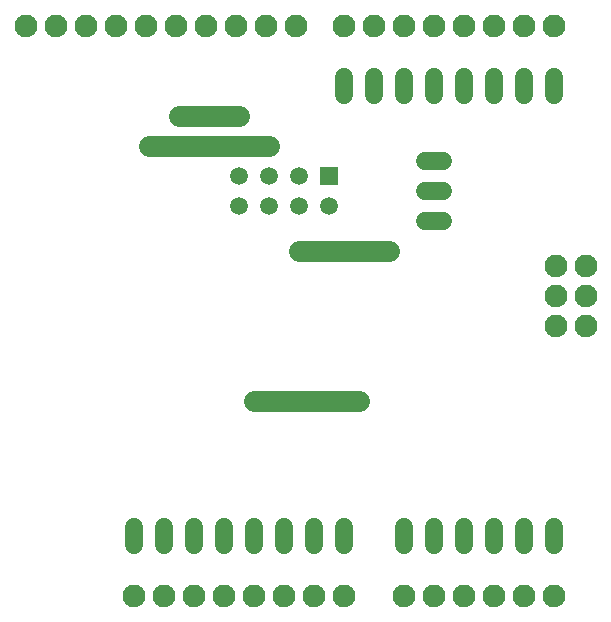
<source format=gbr>
G04 EAGLE Gerber RS-274X export*
G75*
%MOMM*%
%FSLAX34Y34*%
%LPD*%
%INBottom Copper*%
%IPPOS*%
%AMOC8*
5,1,8,0,0,1.08239X$1,22.5*%
G01*
%ADD10C,1.930400*%
%ADD11R,1.508000X1.508000*%
%ADD12C,1.508000*%
%ADD13C,1.524000*%
%ADD14C,1.500000*%
%ADD15C,1.778000*%


D10*
X469900Y228600D03*
X495300Y228600D03*
X520700Y228600D03*
X546100Y228600D03*
X571500Y228600D03*
X596900Y228600D03*
X622300Y228600D03*
X647700Y228600D03*
X698500Y228600D03*
X723900Y228600D03*
X749300Y228600D03*
X774700Y228600D03*
X800100Y228600D03*
X825500Y228600D03*
X825500Y711200D03*
X800100Y711200D03*
X774700Y711200D03*
X749300Y711200D03*
X723900Y711200D03*
X698500Y711200D03*
X673100Y711200D03*
X647700Y711200D03*
X607060Y711200D03*
X581660Y711200D03*
X556260Y711200D03*
X530860Y711200D03*
X505460Y711200D03*
X480060Y711200D03*
X454660Y711200D03*
X429260Y711200D03*
X403860Y711200D03*
X378460Y711200D03*
X826900Y507500D03*
X852300Y507500D03*
X826900Y482100D03*
X852300Y482100D03*
X826900Y456700D03*
X852300Y456700D03*
D11*
X635000Y584200D03*
D12*
X558800Y558800D03*
X584200Y558800D03*
X609600Y558800D03*
X635000Y558800D03*
X609600Y584200D03*
X584200Y584200D03*
X558800Y584200D03*
D13*
X825500Y287020D02*
X825500Y271780D01*
X800100Y271780D02*
X800100Y287020D01*
X774700Y287020D02*
X774700Y271780D01*
X749300Y271780D02*
X749300Y287020D01*
X723900Y287020D02*
X723900Y271780D01*
X698500Y271780D02*
X698500Y287020D01*
X647700Y652780D02*
X647700Y668020D01*
X673100Y668020D02*
X673100Y652780D01*
X698500Y652780D02*
X698500Y668020D01*
X723900Y668020D02*
X723900Y652780D01*
X749300Y652780D02*
X749300Y668020D01*
X774700Y668020D02*
X774700Y652780D01*
X800100Y652780D02*
X800100Y668020D01*
X825500Y668020D02*
X825500Y652780D01*
X469900Y287020D02*
X469900Y271780D01*
X495300Y271780D02*
X495300Y287020D01*
X520700Y287020D02*
X520700Y271780D01*
X546100Y271780D02*
X546100Y287020D01*
X571500Y287020D02*
X571500Y271780D01*
X596900Y271780D02*
X596900Y287020D01*
X622300Y287020D02*
X622300Y271780D01*
X647700Y271780D02*
X647700Y287020D01*
X716280Y546100D02*
X731520Y546100D01*
X731520Y571500D02*
X716280Y571500D01*
X716280Y596900D02*
X731520Y596900D01*
D14*
X482600Y609600D03*
X558800Y635000D03*
X584200Y609600D03*
D15*
X482600Y609600D01*
D14*
X508000Y635000D03*
D15*
X558800Y635000D01*
D14*
X609600Y520700D03*
D15*
X685800Y520700D01*
D14*
X685800Y520700D03*
X571500Y393700D03*
X660400Y393700D03*
D15*
X571500Y393700D01*
M02*

</source>
